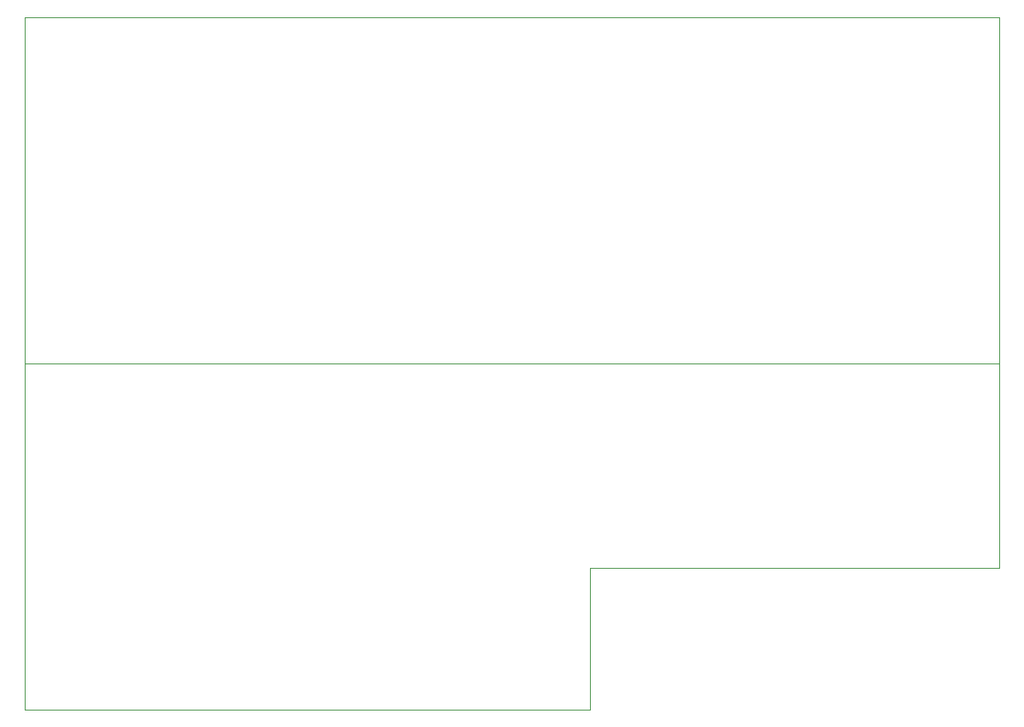
<source format=gm1>
G04 #@! TF.GenerationSoftware,KiCad,Pcbnew,(5.1.2)-1*
G04 #@! TF.CreationDate,2019-06-09T09:13:55-04:00*
G04 #@! TF.ProjectId,Case top_bottom,43617365-2074-46f7-905f-626f74746f6d,rev?*
G04 #@! TF.SameCoordinates,Original*
G04 #@! TF.FileFunction,Profile,NP*
%FSLAX46Y46*%
G04 Gerber Fmt 4.6, Leading zero omitted, Abs format (unit mm)*
G04 Created by KiCad (PCBNEW (5.1.2)-1) date 2019-06-09 09:13:55*
%MOMM*%
%LPD*%
G04 APERTURE LIST*
%ADD10C,0.050000*%
G04 APERTURE END LIST*
D10*
X147973500Y-97260000D02*
X147973500Y-111760000D01*
X189954000Y-97260000D02*
X147973500Y-97260000D01*
X132461000Y-40640000D02*
X107950000Y-40640000D01*
X132461000Y-40640000D02*
X165735000Y-40640000D01*
X165735000Y-40640000D02*
X189954000Y-40640000D01*
X89954000Y-40640000D02*
X89954000Y-76200000D01*
X189954000Y-40640000D02*
X189954000Y-76200000D01*
X189954000Y-76200000D02*
X89954000Y-76200000D01*
X107950000Y-40640000D02*
X89954000Y-40640000D01*
X89954000Y-76200000D02*
X89954000Y-111760000D01*
X107950000Y-76200000D02*
X89954000Y-76200000D01*
X189954000Y-76200000D02*
X189954000Y-97260000D01*
X165735000Y-76200000D02*
X189954000Y-76200000D01*
X147973500Y-111760000D02*
X89954000Y-111760000D01*
X132461000Y-76200000D02*
X165735000Y-76200000D01*
X132461000Y-76200000D02*
X107950000Y-76200000D01*
M02*

</source>
